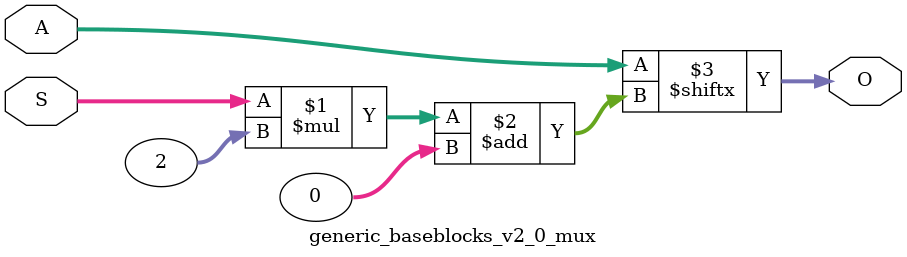
<source format=v>
`timescale 1ps/1ps


module generic_baseblocks_v2_0_mux #
  (
   parameter         C_FAMILY                         = "rtl",
                       // FPGA Family. Current version: virtex6 or spartan6.
   parameter integer C_SEL_WIDTH                      = 4,
                       // Data width for comparator.
   parameter integer C_DATA_WIDTH                     = 2
                       // Data width for comparator.
   )
  (
   input  wire [C_SEL_WIDTH-1:0]                    S,
   input  wire [(2**C_SEL_WIDTH)*C_DATA_WIDTH-1:0]  A,
   output wire [C_DATA_WIDTH-1:0]                   O
   );
  
  
  /////////////////////////////////////////////////////////////////////////////
  // Variables for generating parameter controlled instances.
  /////////////////////////////////////////////////////////////////////////////
  
  // Generate variable for bit vector.
  genvar bit_cnt;
  
  
  /////////////////////////////////////////////////////////////////////////////
  // Local params
  /////////////////////////////////////////////////////////////////////////////
  
  
  /////////////////////////////////////////////////////////////////////////////
  // Functions
  /////////////////////////////////////////////////////////////////////////////
  
  
  /////////////////////////////////////////////////////////////////////////////
  // Internal signals
  /////////////////////////////////////////////////////////////////////////////
  
  
  /////////////////////////////////////////////////////////////////////////////
  // Instantiate or use RTL code
  /////////////////////////////////////////////////////////////////////////////
  
  generate
    if ( C_FAMILY == "rtl" || C_SEL_WIDTH < 3 ) begin : USE_RTL
      assign O = A[(S)*C_DATA_WIDTH +: C_DATA_WIDTH];
      
    end else begin : USE_FPGA
      
      wire [C_DATA_WIDTH-1:0] C;
      wire [C_DATA_WIDTH-1:0] D;
      
      // Lower half recursively.
      generic_baseblocks_v2_0_mux # 
      (
       .C_FAMILY      (C_FAMILY),
       .C_SEL_WIDTH   (C_SEL_WIDTH-1),
       .C_DATA_WIDTH  (C_DATA_WIDTH)
      ) mux_c_inst 
      (
       .S   (S[C_SEL_WIDTH-2:0]),
       .A   (A[(2**(C_SEL_WIDTH-1))*C_DATA_WIDTH-1 : 0]),
       .O   (C)
      ); 
      
      // Upper half recursively.
      generic_baseblocks_v2_0_mux # 
      (
       .C_FAMILY      (C_FAMILY),
       .C_SEL_WIDTH   (C_SEL_WIDTH-1),
       .C_DATA_WIDTH  (C_DATA_WIDTH)
      ) mux_d_inst 
      (
       .S   (S[C_SEL_WIDTH-2:0]),
       .A   (A[(2**C_SEL_WIDTH)*C_DATA_WIDTH-1 : (2**(C_SEL_WIDTH-1))*C_DATA_WIDTH]),
       .O   (D)
      ); 
      
      // Generate instantiated generic_baseblocks_v2_0_mux components as required.
      for (bit_cnt = 0; bit_cnt < C_DATA_WIDTH ; bit_cnt = bit_cnt + 1) begin : NUM
        if ( C_SEL_WIDTH == 4 ) begin : USE_F8
        
          MUXF8 muxf8_inst 
          (
           .I0  (C[bit_cnt]),
           .I1  (D[bit_cnt]),
           .S   (S[C_SEL_WIDTH-1]),
           .O   (O[bit_cnt])
          ); 
          
        end else if ( C_SEL_WIDTH == 3 ) begin : USE_F7
      
          MUXF7 muxf7_inst 
          (
           .I0  (C[bit_cnt]),
           .I1  (D[bit_cnt]),
           .S   (S[C_SEL_WIDTH-1]),
           .O   (O[bit_cnt])
          ); 
          
        end // C_SEL_WIDTH
      end // end for bit_cnt
    
    end
  endgenerate
  
  
endmodule

</source>
